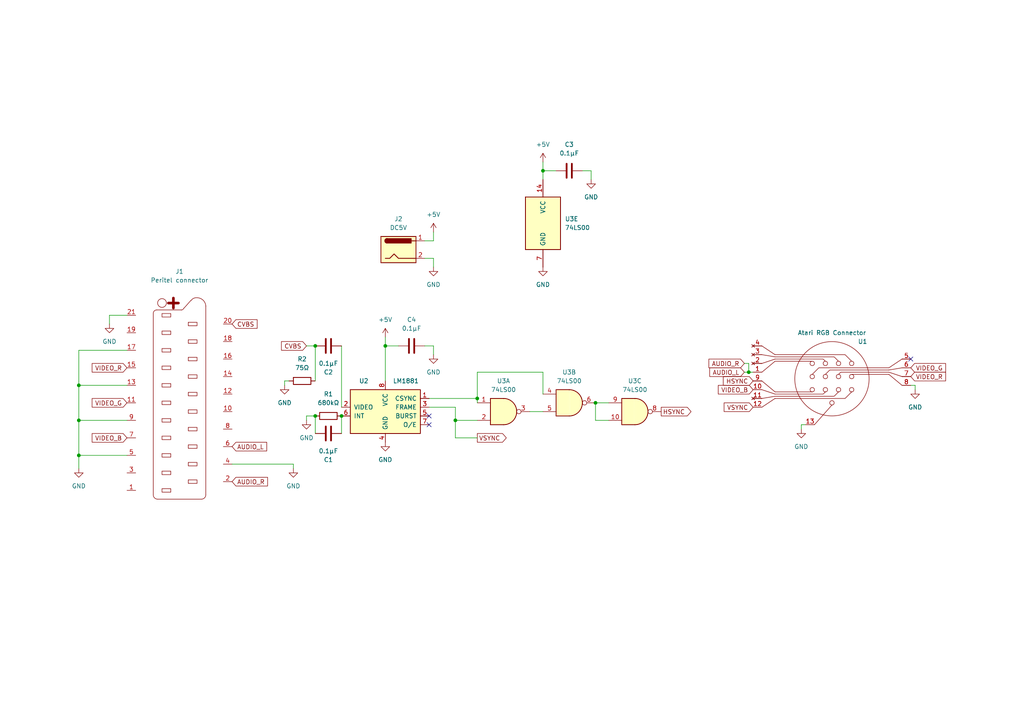
<source format=kicad_sch>
(kicad_sch (version 20230121) (generator eeschema)
  (paper "A4")
  (lib_symbols
    (symbol "74xx:74LS00" (pin_names (offset 1.016))
      (property "Reference" "U" (at 0 1.27 0))
      (property "Value" "74LS00" (at 0 -1.27 0))
      (symbol "74LS00_1_1"
        (arc (start 0 -3.81) (mid 3.7934 0) (end 0 3.81) (stroke (width 0.254)) (fill (type background)))
        (polyline (pts (xy 0 3.81) (xy -3.81 3.81) (xy -3.81 -3.81) (xy 0 -3.81)) (stroke (width 0.254)) (fill (type background)))
        (pin input line (at -7.62 2.54 0) (length 3.81) (name "~") (number "1"))
        (pin input line (at -7.62 -2.54 0) (length 3.81) (name "~") (number "2"))
        (pin output inverted (at 7.62 0 180) (length 3.81) (name "~") (number "3"))
      )
      (symbol "74LS00_1_2"
        (arc (start -3.81 -3.81) (mid -2.589 0) (end -3.81 3.81) (stroke (width 0.254)))
        (arc (start -0.6096 -3.81) (mid 2.1842 -2.5851) (end 3.81 0) (stroke (width 0.254)) (fill (type background)))
        (polyline (pts (xy -3.81 -3.81) (xy -0.635 -3.81)) (stroke (width 0.254)) (fill (type background)))
        (polyline (pts (xy -3.81 3.81) (xy -0.635 3.81)) (stroke (width 0.254)) (fill (type background)))
        (polyline (pts (xy -0.635 3.81) (xy -3.81 3.81) (xy -3.81 3.81) (xy -3.556 3.4036) (xy -3.0226 2.2606) (xy -2.6924 1.0414) (xy -2.6162 -0.254) (xy -2.7686 -1.4986) (xy -3.175 -2.7178) (xy -3.81 -3.81) (xy -3.81 -3.81) (xy -0.635 -3.81)) (stroke (width -25.4)) (fill (type background)))
        (arc (start 3.81 0) (mid 2.1915 2.5936) (end -0.6096 3.81) (stroke (width 0.254)) (fill (type background)))
        (pin input inverted (at -7.62 2.54 0) (length 4.318) (name "~") (number "1"))
        (pin input inverted (at -7.62 -2.54 0) (length 4.318) (name "~") (number "2"))
        (pin output line (at 7.62 0 180) (length 3.81) (name "~") (number "3"))
      )
      (symbol "74LS00_2_1"
        (arc (start 0 -3.81) (mid 3.7934 0) (end 0 3.81) (stroke (width 0.254)) (fill (type background)))
        (polyline (pts (xy 0 3.81) (xy -3.81 3.81) (xy -3.81 -3.81) (xy 0 -3.81)) (stroke (width 0.254)) (fill (type background)))
        (pin input line (at -7.62 2.54 0) (length 3.81) (name "~") (number "4"))
        (pin input line (at -7.62 -2.54 0) (length 3.81) (name "~") (number "5"))
        (pin output inverted (at 7.62 0 180) (length 3.81) (name "~") (number "6"))
      )
      (symbol "74LS00_2_2"
        (arc (start -3.81 -3.81) (mid -2.589 0) (end -3.81 3.81) (stroke (width 0.254)))
        (arc (start -0.6096 -3.81) (mid 2.1842 -2.5851) (end 3.81 0) (stroke (width 0.254)) (fill (type background)))
        (polyline (pts (xy -3.81 -3.81) (xy -0.635 -3.81)) (stroke (width 0.254)) (fill (type background)))
        (polyline (pts (xy -3.81 3.81) (xy -0.635 3.81)) (stroke (width 0.254)) (fill (type background)))
        (polyline (pts (xy -0.635 3.81) (xy -3.81 3.81) (xy -3.81 3.81) (xy -3.556 3.4036) (xy -3.0226 2.2606) (xy -2.6924 1.0414) (xy -2.6162 -0.254) (xy -2.7686 -1.4986) (xy -3.175 -2.7178) (xy -3.81 -3.81) (xy -3.81 -3.81) (xy -0.635 -3.81)) (stroke (width -25.4)) (fill (type background)))
        (arc (start 3.81 0) (mid 2.1915 2.5936) (end -0.6096 3.81) (stroke (width 0.254)) (fill (type background)))
        (pin input inverted (at -7.62 2.54 0) (length 4.318) (name "~") (number "4"))
        (pin input inverted (at -7.62 -2.54 0) (length 4.318) (name "~") (number "5"))
        (pin output line (at 7.62 0 180) (length 3.81) (name "~") (number "6"))
      )
      (symbol "74LS00_3_1"
        (arc (start 0 -3.81) (mid 3.7934 0) (end 0 3.81) (stroke (width 0.254)) (fill (type background)))
        (polyline (pts (xy 0 3.81) (xy -3.81 3.81) (xy -3.81 -3.81) (xy 0 -3.81)) (stroke (width 0.254)) (fill (type background)))
        (pin input line (at -7.62 -2.54 0) (length 3.81) (name "~") (number "10"))
        (pin output inverted (at 7.62 0 180) (length 3.81) (name "~") (number "8"))
        (pin input line (at -7.62 2.54 0) (length 3.81) (name "~") (number "9"))
      )
      (symbol "74LS00_3_2"
        (arc (start -3.81 -3.81) (mid -2.589 0) (end -3.81 3.81) (stroke (width 0.254)))
        (arc (start -0.6096 -3.81) (mid 2.1842 -2.5851) (end 3.81 0) (stroke (width 0.254)) (fill (type background)))
        (polyline (pts (xy -3.81 -3.81) (xy -0.635 -3.81)) (stroke (width 0.254)) (fill (type background)))
        (polyline (pts (xy -3.81 3.81) (xy -0.635 3.81)) (stroke (width 0.254)) (fill (type background)))
        (polyline (pts (xy -0.635 3.81) (xy -3.81 3.81) (xy -3.81 3.81) (xy -3.556 3.4036) (xy -3.0226 2.2606) (xy -2.6924 1.0414) (xy -2.6162 -0.254) (xy -2.7686 -1.4986) (xy -3.175 -2.7178) (xy -3.81 -3.81) (xy -3.81 -3.81) (xy -0.635 -3.81)) (stroke (width -25.4)) (fill (type background)))
        (arc (start 3.81 0) (mid 2.1915 2.5936) (end -0.6096 3.81) (stroke (width 0.254)) (fill (type background)))
        (pin input inverted (at -7.62 -2.54 0) (length 4.318) (name "~") (number "10"))
        (pin output line (at 7.62 0 180) (length 3.81) (name "~") (number "8"))
        (pin input inverted (at -7.62 2.54 0) (length 4.318) (name "~") (number "9"))
      )
      (symbol "74LS00_4_1"
        (arc (start 0 -3.81) (mid 3.7934 0) (end 0 3.81) (stroke (width 0.254)) (fill (type background)))
        (polyline (pts (xy 0 3.81) (xy -3.81 3.81) (xy -3.81 -3.81) (xy 0 -3.81)) (stroke (width 0.254)) (fill (type background)))
        (pin output inverted (at 7.62 0 180) (length 3.81) (name "~") (number "11"))
        (pin input line (at -7.62 2.54 0) (length 3.81) (name "~") (number "12"))
        (pin input line (at -7.62 -2.54 0) (length 3.81) (name "~") (number "13"))
      )
      (symbol "74LS00_4_2"
        (arc (start -3.81 -3.81) (mid -2.589 0) (end -3.81 3.81) (stroke (width 0.254)))
        (arc (start -0.6096 -3.81) (mid 2.1842 -2.5851) (end 3.81 0) (stroke (width 0.254)) (fill (type background)))
        (polyline (pts (xy -3.81 -3.81) (xy -0.635 -3.81)) (stroke (width 0.254)) (fill (type background)))
        (polyline (pts (xy -3.81 3.81) (xy -0.635 3.81)) (stroke (width 0.254)) (fill (type background)))
        (polyline (pts (xy -0.635 3.81) (xy -3.81 3.81) (xy -3.81 3.81) (xy -3.556 3.4036) (xy -3.0226 2.2606) (xy -2.6924 1.0414) (xy -2.6162 -0.254) (xy -2.7686 -1.4986) (xy -3.175 -2.7178) (xy -3.81 -3.81) (xy -3.81 -3.81) (xy -0.635 -3.81)) (stroke (width -25.4)) (fill (type background)))
        (arc (start 3.81 0) (mid 2.1915 2.5936) (end -0.6096 3.81) (stroke (width 0.254)) (fill (type background)))
        (pin output line (at 7.62 0 180) (length 3.81) (name "~") (number "11"))
        (pin input inverted (at -7.62 2.54 0) (length 4.318) (name "~") (number "12"))
        (pin input inverted (at -7.62 -2.54 0) (length 4.318) (name "~") (number "13"))
      )
      (symbol "74LS00_5_0"
        (pin power_in line (at 0 12.7 270) (length 5.08) (name "VCC") (number "14"))
        (pin power_in line (at 0 -12.7 90) (length 5.08) (name "GND") (number "7"))
      )
      (symbol "74LS00_5_1"
        (rectangle (start -5.08 7.62) (end 5.08 -7.62) (stroke (width 0.254)) (fill (type background)))
      )
    )
    (symbol "Connector:Barrel_Jack" (pin_names (offset 1.016))
      (property "Reference" "J" (at 0 5.334 0))
      (property "Value" "Barrel_Jack" (at 0 -5.08 0))
      (symbol "Barrel_Jack_0_1"
        (rectangle (start -5.08 3.81) (end 5.08 -3.81) (stroke (width 0.254)) (fill (type background)))
        (arc (start -3.302 3.175) (mid -3.9343 2.54) (end -3.302 1.905) (stroke (width 0.254)))
        (arc (start -3.302 3.175) (mid -3.9343 2.54) (end -3.302 1.905) (stroke (width 0.254)) (fill (type outline)))
        (polyline (pts (xy 5.08 2.54) (xy 3.81 2.54)) (stroke (width 0.254)))
        (polyline (pts (xy -3.81 -2.54) (xy -2.54 -2.54) (xy -1.27 -1.27) (xy 0 -2.54) (xy 2.54 -2.54) (xy 5.08 -2.54)) (stroke (width 0.254)))
        (rectangle (start 3.683 3.175) (end -3.302 1.905) (stroke (width 0.254)) (fill (type outline)))
      )
      (symbol "Barrel_Jack_1_1"
        (pin passive line (at 7.62 2.54 180) (length 2.54) (name "~") (number "1"))
        (pin passive line (at 7.62 -2.54 180) (length 2.54) (name "~") (number "2"))
      )
    )
    (symbol "Connector:SCART-F" (pin_names (offset 0.762) hide)
      (property "Reference" "J" (at 0 31.75 0))
      (property "Value" "SCART-F" (at 1.016 -29.21 0))
      (symbol "SCART-F_0_1"
        (arc (start -7.62 -26.67) (mid -7.248 -27.568) (end -6.35 -27.94))
        (arc (start -6.604 26.9494) (mid -7.3224 26.6518) (end -7.62 25.9334))
        (rectangle (start -5.08 -24.892) (end -2.54 -25.908))
        (rectangle (start -5.08 -19.812) (end -2.54 -20.828))
        (rectangle (start -5.08 -14.732) (end -2.54 -15.748))
        (rectangle (start -5.08 -9.652) (end -2.54 -10.668))
        (rectangle (start -5.08 -4.572) (end -2.54 -5.588))
        (rectangle (start -5.08 0.508) (end -2.54 -0.508))
        (rectangle (start -5.08 5.588) (end -2.54 4.572))
        (rectangle (start -5.08 10.668) (end -2.54 9.652))
        (rectangle (start -5.08 15.748) (end -2.54 14.732))
        (rectangle (start -5.08 20.828) (end -2.54 19.812))
        (rectangle (start -5.08 25.908) (end -2.54 24.892))
        (circle (center -5.08 28.956) (radius 1.27))
        (polyline (pts (xy -7.62 22.86) (xy -7.62 -26.67)))
        (polyline (pts (xy -7.62 22.86) (xy -7.62 24.13)))
        (polyline (pts (xy -7.62 24.6634) (xy -7.62 24.13)))
        (polyline (pts (xy -7.62 24.6634) (xy -7.62 25.9334)))
        (polyline (pts (xy -6.604 26.9494) (xy 0.508 26.9494)))
        (polyline (pts (xy -6.35 -27.94) (xy 6.35 -27.94)))
        (polyline (pts (xy 3.302 29.718) (xy 1.27 27.432)))
        (polyline (pts (xy 4.826 30.48) (xy 5.08 30.48)))
        (polyline (pts (xy 7.62 -26.67) (xy 7.62 28.2194)))
        (arc (start 0.508 26.924) (mid 0.9569 27.0702) (end 1.2192 27.4574))
        (rectangle (start 2.54 -22.352) (end 5.08 -23.368))
        (rectangle (start 2.54 -17.272) (end 5.08 -18.288))
        (rectangle (start 2.54 -12.192) (end 5.08 -13.208))
        (rectangle (start 2.54 -7.112) (end 5.08 -8.128))
        (rectangle (start 2.54 -2.032) (end 5.08 -3.048))
        (rectangle (start 2.54 3.048) (end 5.08 2.032))
        (rectangle (start 2.54 8.128) (end 5.08 7.112))
        (rectangle (start 2.54 13.208) (end 5.08 12.192))
        (rectangle (start 2.54 18.288) (end 5.08 17.272))
        (rectangle (start 2.54 23.368) (end 5.08 22.352))
        (arc (start 4.826 30.48) (mid 3.999 30.2726) (end 3.3782 29.6926))
        (arc (start 6.35 -27.94) (mid 7.248 -27.568) (end 7.62 -26.67))
        (arc (start 7.62 27.94) (mid 6.8761 29.7361) (end 5.08 30.48))
        (text "+" (at -1.778 29.21 0) (effects (font (size 3.81 3.81) bold)))
      )
      (symbol "SCART-F_1_1"
        (pin passive line (at -15.24 -25.4 0) (length 2.54) (name "P1") (number "1"))
        (pin passive line (at 15.24 -2.54 180) (length 2.54) (name "P10") (number "10"))
        (pin passive line (at -15.24 0 0) (length 2.54) (name "P11") (number "11"))
        (pin passive line (at 15.24 2.54 180) (length 2.54) (name "P12") (number "12"))
        (pin passive line (at -15.24 5.08 0) (length 2.54) (name "P13") (number "13"))
        (pin passive line (at 15.24 7.62 180) (length 2.54) (name "P14") (number "14"))
        (pin passive line (at -15.24 10.16 0) (length 2.54) (name "P15") (number "15"))
        (pin passive line (at 15.24 12.7 180) (length 2.54) (name "P16") (number "16"))
        (pin passive line (at -15.24 15.24 0) (length 2.54) (name "P17") (number "17"))
        (pin passive line (at 15.24 17.78 180) (length 2.54) (name "P18") (number "18"))
        (pin passive line (at -15.24 20.32 0) (length 2.54) (name "P19") (number "19"))
        (pin passive line (at 15.24 -22.86 180) (length 2.54) (name "P2") (number "2"))
        (pin passive line (at 15.24 22.86 180) (length 2.54) (name "P20") (number "20"))
        (pin passive line (at -15.24 25.4 0) (length 2.54) (name "P21") (number "21"))
        (pin passive line (at -15.24 -20.32 0) (length 2.54) (name "P3") (number "3"))
        (pin passive line (at 15.24 -17.78 180) (length 2.54) (name "P4") (number "4"))
        (pin passive line (at -15.24 -15.24 0) (length 2.54) (name "P5") (number "5"))
        (pin passive line (at 15.24 -12.7 180) (length 2.54) (name "P6") (number "6"))
        (pin passive line (at -15.24 -10.16 0) (length 2.54) (name "P7") (number "7"))
        (pin passive line (at 15.24 -7.62 180) (length 2.54) (name "P8") (number "8"))
        (pin passive line (at -15.24 -5.08 0) (length 2.54) (name "P9") (number "9"))
      )
    )
    (symbol "Device:C" (pin_numbers hide) (pin_names (offset 0.254))
      (property "Reference" "C" (at 0.635 2.54 0))
      (property "Value" "C" (at 0.635 -2.54 0))
      (symbol "C_0_1"
        (polyline (pts (xy -2.032 -0.762) (xy 2.032 -0.762)) (stroke (width 0.508)))
        (polyline (pts (xy -2.032 0.762) (xy 2.032 0.762)) (stroke (width 0.508)))
      )
      (symbol "C_1_1"
        (pin passive line (at 0 3.81 270) (length 2.794) (name "~") (number "1"))
        (pin passive line (at 0 -3.81 90) (length 2.794) (name "~") (number "2"))
      )
    )
    (symbol "Device:R" (pin_numbers hide) (pin_names (offset 0))
      (property "Reference" "R" (at 2.032 0 90))
      (property "Value" "R" (at 0 0 90))
      (symbol "R_0_1"
        (rectangle (start -1.016 -2.54) (end 1.016 2.54) (stroke (width 0.254)))
      )
      (symbol "R_1_1"
        (pin passive line (at 0 3.81 270) (length 1.27) (name "~") (number "1"))
        (pin passive line (at 0 -3.81 90) (length 1.27) (name "~") (number "2"))
      )
    )
    (symbol "Video:LM1881" (pin_names (offset 1.016))
      (property "Reference" "U" (at -8.89 8.89 0))
      (property "Value" "LM1881" (at 6.35 8.89 0))
      (symbol "LM1881_0_1"
        (rectangle (start -10.16 7.62) (end 10.16 -5.08) (stroke (width 0.254)) (fill (type background)))
      )
      (symbol "LM1881_1_1"
        (pin output line (at 12.7 5.08 180) (length 2.54) (name "CSYNC") (number "1"))
        (pin input line (at -12.7 2.54 0) (length 2.54) (name "VIDEO") (number "2"))
        (pin output line (at 12.7 2.54 180) (length 2.54) (name "FRAME") (number "3"))
        (pin power_in line (at 0 -7.62 90) (length 2.54) (name "GND") (number "4"))
        (pin output line (at 12.7 0 180) (length 2.54) (name "BURST") (number "5"))
        (pin input line (at -12.7 0 0) (length 2.54) (name "INT") (number "6"))
        (pin output line (at 12.7 -2.54 180) (length 2.54) (name "O/E") (number "7"))
        (pin power_in line (at 0 10.16 270) (length 2.54) (name "VCC") (number "8"))
      )
    )
    (symbol "power:+5V" (power) (pin_names (offset 0))
      (property "Value" "+5V" (at 0 3.556 0))
      (symbol "+5V_0_1"
        (polyline (pts (xy -0.762 1.27) (xy 0 2.54)))
        (polyline (pts (xy 0 0) (xy 0 2.54)))
        (polyline (pts (xy 0 2.54) (xy 0.762 1.27)))
      )
      (symbol "+5V_1_1"
        (pin power_in line (at 0 0 90) (length 0) hide (name "+5V") (number "1"))
      )
    )
    (symbol "power:GND" (power) (pin_names (offset 0))
      (property "Value" "GND" (at 0 -3.81 0))
      (symbol "GND_0_1"
        (polyline (pts (xy 0 0) (xy 0 -1.27) (xy 1.27 -1.27) (xy 0 -2.54) (xy -1.27 -1.27) (xy 0 -1.27)))
      )
      (symbol "GND_1_1"
        (pin power_in line (at 0 0 270) (length 0) hide (name "GND") (number "1"))
      )
    )
    (symbol "sc1224-scart:DIN-13"
      (property "Reference" "U" (at 0 -14.605 0))
      (property "Value" "DIN-13" (at 0 -12.7 0))
      (symbol "DIN-13_0_1"
        (circle (center -5.715 -5.08) (radius 0.635))
        (circle (center -5.715 -1.27) (radius 0.635))
        (circle (center -5.715 2.54) (radius 0.635))
        (circle (center -1.905 -5.08) (radius 0.635))
        (circle (center -1.905 -1.27) (radius 0.635))
        (circle (center -1.905 2.54) (radius 0.635))
        (circle (center 0 -0.635) (radius 10.7763))
        (polyline (pts (xy -20.32 -3.81) (xy -16.51 -3.175)))
        (polyline (pts (xy -20.32 -1.27) (xy -16.51 -2.54)))
        (polyline (pts (xy -20.32 1.27) (xy -16.51 -1.905)))
        (polyline (pts (xy -16.51 -3.81) (xy -20.32 -6.35)))
        (polyline (pts (xy -5.715 -1.905) (xy -16.51 -1.905)))
        (polyline (pts (xy 5.08 12.7) (xy 0 6.985)))
        (polyline (pts (xy 5.715 -5.715) (xy 16.51 -5.715)))
        (polyline (pts (xy 5.715 3.175) (xy 16.51 3.175)))
        (polyline (pts (xy 16.51 -7.62) (xy 20.32 -10.16)))
        (polyline (pts (xy 16.51 5.08) (xy 20.32 7.62)))
        (polyline (pts (xy 20.32 -7.62) (xy 16.51 -6.985)))
        (polyline (pts (xy 20.32 -5.08) (xy 16.51 -6.35)))
        (polyline (pts (xy 20.32 -2.54) (xy 16.51 -5.715)))
        (polyline (pts (xy 20.32 0) (xy 16.51 3.175)))
        (polyline (pts (xy 20.32 2.54) (xy 16.51 3.81)))
        (polyline (pts (xy 20.32 5.08) (xy 16.51 4.445)))
        (polyline (pts (xy -5.715 -5.715) (xy -3.81 -7.62) (xy 16.51 -7.62)))
        (polyline (pts (xy -5.715 3.175) (xy -3.81 5.08) (xy 16.51 5.08)))
        (polyline (pts (xy -1.905 -5.715) (xy -0.635 -6.985) (xy 16.51 -6.985)))
        (polyline (pts (xy -1.905 -1.905) (xy -2.54 -2.54) (xy -16.51 -2.54)))
        (polyline (pts (xy -1.905 3.175) (xy -0.635 4.445) (xy 16.51 4.445)))
        (polyline (pts (xy 1.905 -5.715) (xy 2.54 -6.35) (xy 16.51 -6.35)))
        (polyline (pts (xy 1.905 -1.905) (xy 0.635 -3.175) (xy -16.51 -3.175)))
        (polyline (pts (xy 1.905 3.175) (xy 2.54 3.81) (xy 16.51 3.81)))
        (polyline (pts (xy 5.715 -1.905) (xy 3.81 -3.81) (xy -16.51 -3.81)))
        (circle (center 0 6.35) (radius 0.635))
        (circle (center 1.905 -5.08) (radius 0.635))
        (circle (center 1.905 -1.27) (radius 0.635))
        (circle (center 1.905 2.54) (radius 0.635))
        (circle (center 5.715 -5.08) (radius 0.635))
        (circle (center 5.715 -1.27) (radius 0.635))
        (circle (center 5.715 2.54) (radius 0.635))
      )
      (symbol "DIN-13_1_1"
        (pin input line (at 22.86 -2.54 180) (length 2.54) (name "") (number "1"))
        (pin input line (at 22.86 2.54 180) (length 2.54) (name "") (number "10"))
        (pin no_connect line (at 22.86 5.08 180) (length 2.54) (name "") (number "11"))
        (pin input line (at 22.86 7.62 180) (length 2.54) (name "") (number "12"))
        (pin power_in line (at 7.62 12.7 180) (length 2.54) (name "") (number "13"))
        (pin no_connect line (at 22.86 -5.08 180) (length 2.54) (name "") (number "2"))
        (pin no_connect line (at 22.86 -7.62 180) (length 2.54) (name "") (number "3"))
        (pin no_connect line (at 22.86 -10.16 180) (length 2.54) (name "") (number "4"))
        (pin power_in line (at -22.86 -6.35 0) (length 2.54) (name "") (number "5"))
        (pin input line (at -22.86 -3.81 0) (length 2.54) (name "") (number "6"))
        (pin input line (at -22.86 -1.27 0) (length 2.54) (name "") (number "7"))
        (pin power_in line (at -22.86 1.27 0) (length 2.54) (name "") (number "8"))
        (pin input line (at 22.86 0 180) (length 2.54) (name "") (number "9"))
      )
    )
  )
  (junction (at 99.06 120.65))
  (junction (at 91.44 100.33))
  (junction (at 22.86 121.92))
  (junction (at 22.86 111.76))
  (junction (at 22.86 132.08))
  (junction (at 217.17 107.95))
  (junction (at 138.43 115.57))
  (junction (at 111.76 100.33))
  (junction (at 91.44 120.65))
  (junction (at 132.08 121.92))
  (junction (at 172.72 116.84))
  (junction (at 157.48 49.53))
  (no_connect (at 124.46 123.19))
  (no_connect (at 264.16 104.14))
  (no_connect (at 124.46 120.65))
  (wire (pts (xy 31.75 93.98) (xy 31.75 91.44)))
  (wire (pts (xy 123.19 74.93) (xy 125.73 74.93)))
  (wire (pts (xy 215.9 107.95) (xy 217.17 107.95)))
  (wire (pts (xy 22.86 111.76) (xy 22.86 121.92)))
  (wire (pts (xy 138.43 107.95) (xy 157.48 107.95)))
  (wire (pts (xy 22.86 121.92) (xy 36.83 121.92)))
  (wire (pts (xy 153.67 119.38) (xy 157.48 119.38)))
  (wire (pts (xy 88.9 120.65) (xy 91.44 120.65)))
  (wire (pts (xy 111.76 100.33) (xy 111.76 110.49)))
  (wire (pts (xy 232.41 124.46) (xy 232.41 123.19)))
  (wire (pts (xy 85.09 134.62) (xy 67.31 134.62)))
  (wire (pts (xy 125.73 100.33) (xy 125.73 102.87)))
  (wire (pts (xy 172.72 121.92) (xy 176.53 121.92)))
  (wire (pts (xy 115.57 100.33) (xy 111.76 100.33)))
  (wire (pts (xy 22.86 132.08) (xy 22.86 135.89)))
  (wire (pts (xy 132.08 121.92) (xy 138.43 121.92)))
  (wire (pts (xy 138.43 115.57) (xy 138.43 116.84)))
  (wire (pts (xy 217.17 107.95) (xy 217.17 105.41)))
  (wire (pts (xy 111.76 97.79) (xy 111.76 100.33)))
  (wire (pts (xy 132.08 118.11) (xy 132.08 121.92)))
  (wire (pts (xy 31.75 91.44) (xy 36.83 91.44)))
  (wire (pts (xy 124.46 115.57) (xy 138.43 115.57)))
  (wire (pts (xy 172.72 116.84) (xy 172.72 121.92)))
  (wire (pts (xy 265.43 111.76) (xy 264.16 111.76)))
  (wire (pts (xy 124.46 118.11) (xy 132.08 118.11)))
  (wire (pts (xy 99.06 100.33) (xy 99.06 118.11)))
  (wire (pts (xy 22.86 121.92) (xy 22.86 132.08)))
  (wire (pts (xy 132.08 121.92) (xy 132.08 127)))
  (wire (pts (xy 99.06 120.65) (xy 99.06 125.73)))
  (wire (pts (xy 88.9 100.33) (xy 91.44 100.33)))
  (wire (pts (xy 91.44 120.65) (xy 91.44 125.73)))
  (wire (pts (xy 265.43 111.76) (xy 265.43 113.03)))
  (wire (pts (xy 125.73 69.85) (xy 125.73 67.31)))
  (wire (pts (xy 82.55 111.76) (xy 82.55 110.49)))
  (wire (pts (xy 172.72 116.84) (xy 176.53 116.84)))
  (wire (pts (xy 22.86 132.08) (xy 36.83 132.08)))
  (wire (pts (xy 157.48 107.95) (xy 157.48 114.3)))
  (wire (pts (xy 171.45 49.53) (xy 168.91 49.53)))
  (wire (pts (xy 161.29 49.53) (xy 157.48 49.53)))
  (wire (pts (xy 217.17 105.41) (xy 215.9 105.41)))
  (wire (pts (xy 132.08 127) (xy 138.43 127)))
  (wire (pts (xy 22.86 111.76) (xy 36.83 111.76)))
  (wire (pts (xy 22.86 101.6) (xy 36.83 101.6)))
  (wire (pts (xy 232.41 123.19) (xy 233.68 123.19)))
  (wire (pts (xy 218.44 107.95) (xy 217.17 107.95)))
  (wire (pts (xy 88.9 121.92) (xy 88.9 120.65)))
  (wire (pts (xy 138.43 115.57) (xy 138.43 107.95)))
  (wire (pts (xy 85.09 135.89) (xy 85.09 134.62)))
  (wire (pts (xy 125.73 74.93) (xy 125.73 77.47)))
  (wire (pts (xy 171.45 49.53) (xy 171.45 52.07)))
  (wire (pts (xy 91.44 100.33) (xy 91.44 110.49)))
  (wire (pts (xy 157.48 46.99) (xy 157.48 49.53)))
  (wire (pts (xy 157.48 49.53) (xy 157.48 52.07)))
  (wire (pts (xy 82.55 110.49) (xy 83.82 110.49)))
  (wire (pts (xy 125.73 100.33) (xy 123.19 100.33)))
  (wire (pts (xy 22.86 101.6) (xy 22.86 111.76)))
  (wire (pts (xy 123.19 69.85) (xy 125.73 69.85)))
  (global_label "AUDIO_R" (shape input) (at 215.9 105.41 180) (property "Intersheetrefs" "${INTERSHEET_REFS}" (effects hide)))
  (global_label "VIDEO_R" (shape input) (at 36.83 106.68 180) (property "Intersheetrefs" "${INTERSHEET_REFS}" (effects hide)))
  (global_label "CVBS" (shape input) (at 88.9 100.33 180) (property "Intersheetrefs" "${INTERSHEET_REFS}" (effects hide)))
  (global_label "CVBS" (shape input) (at 67.31 93.98 0) (property "Intersheetrefs" "${INTERSHEET_REFS}" (effects hide)))
  (global_label "VIDEO_G" (shape input) (at 36.83 116.84 180) (property "Intersheetrefs" "${INTERSHEET_REFS}" (effects hide)))
  (global_label "VIDEO_G" (shape input) (at 264.16 106.68 0) (property "Intersheetrefs" "${INTERSHEET_REFS}" (effects hide)))
  (global_label "HSYNC" (shape output) (at 191.77 119.38 0) (property "Intersheetrefs" "${INTERSHEET_REFS}" (effects hide)))
  (global_label "VSYNC" (shape input) (at 218.44 118.11 180) (property "Intersheetrefs" "${INTERSHEET_REFS}" (effects hide)))
  (global_label "AUDIO_R" (shape input) (at 67.31 139.7 0) (property "Intersheetrefs" "${INTERSHEET_REFS}" (effects hide)))
  (global_label "VIDEO_B" (shape input) (at 218.44 113.03 180) (property "Intersheetrefs" "${INTERSHEET_REFS}" (effects hide)))
  (global_label "VIDEO_R" (shape input) (at 264.16 109.22 0) (property "Intersheetrefs" "${INTERSHEET_REFS}" (effects hide)))
  (global_label "VSYNC" (shape output) (at 138.43 127 0) (property "Intersheetrefs" "${INTERSHEET_REFS}" (effects hide)))
  (global_label "VIDEO_B" (shape input) (at 36.83 127 180) (property "Intersheetrefs" "${INTERSHEET_REFS}" (effects hide)))
  (global_label "AUDIO_L" (shape input) (at 215.9 107.95 180) (property "Intersheetrefs" "${INTERSHEET_REFS}" (effects hide)))
  (global_label "AUDIO_L" (shape input) (at 67.31 129.54 0) (property "Intersheetrefs" "${INTERSHEET_REFS}" (effects hide)))
  (global_label "HSYNC" (shape input) (at 218.44 110.49 180) (property "Intersheetrefs" "${INTERSHEET_REFS}" (effects hide)))
  (symbol (lib_id "Device:C") (at 95.25 100.33 90) (unit 1)
    (property "Reference" "C2" (at 95.25 107.95 90))
    (property "Value" "0.1µF" (at 95.25 105.41 90))
    (property "Footprint" "Capacitor_THT:C_Disc_D3.0mm_W1.6mm_P2.50mm" (effects hide))
  )
  (symbol (lib_id "Device:C") (at 95.25 125.73 90) (unit 1)
    (property "Reference" "C1" (at 95.25 133.35 90))
    (property "Value" "0.1µF" (at 95.25 130.81 90))
    (property "Footprint" "Capacitor_THT:C_Disc_D3.0mm_W1.6mm_P2.50mm" (effects hide))
  )
  (symbol (lib_id "power:GND") (at 85.09 135.89 0) (unit 1)
    (property "Reference" "#PWR013" (effects hide))
    (property "Value" "GND" (at 85.09 140.97 0))
  )
  (symbol (lib_id "Device:R") (at 95.25 120.65 90) (unit 1)
    (property "Reference" "R1" (at 95.25 114.3 90))
    (property "Value" "680kΩ" (at 95.25 116.84 90))
    (property "Footprint" "Resistor_THT:R_Axial_DIN0204_L3.6mm_D1.6mm_P5.08mm_Horizontal" (effects hide))
  )
  (symbol (lib_id "74xx:74LS00") (at 184.15 119.38 0) (unit 3)
    (property "Reference" "U3" (at 184.1417 110.49 0))
    (property "Value" "74LS00" (at 184.1417 113.03 0))
    (property "Footprint" "Package_DIP:DIP-14_W7.62mm" (effects hide))
    (property "Datasheet" "http://www.ti.com/lit/gpn/sn74ls00" (effects hide))
  )
  (symbol (lib_id "power:GND") (at 31.75 93.98 0) (unit 1)
    (property "Reference" "#PWR014" (effects hide))
    (property "Value" "GND" (at 31.75 99.06 0))
  )
  (symbol (lib_id "power:GND") (at 157.48 77.47 0) (unit 1)
    (property "Reference" "#PWR05" (effects hide))
    (property "Value" "GND" (at 157.48 82.55 0))
  )
  (symbol (lib_id "power:GND") (at 125.73 77.47 0) (unit 1)
    (property "Reference" "#PWR015" (effects hide))
    (property "Value" "GND" (at 125.73 82.55 0))
  )
  (symbol (lib_id "Device:R") (at 87.63 110.49 90) (unit 1)
    (property "Reference" "R2" (at 87.63 104.14 90))
    (property "Value" "75Ω" (at 87.63 106.68 90))
    (property "Footprint" "Resistor_THT:R_Axial_DIN0204_L3.6mm_D1.6mm_P5.08mm_Horizontal" (effects hide))
  )
  (symbol (lib_id "Device:C") (at 119.38 100.33 90) (unit 1)
    (property "Reference" "C4" (at 119.38 92.71 90))
    (property "Value" "0.1µF" (at 119.38 95.25 90))
    (property "Footprint" "Capacitor_THT:C_Disc_D3.0mm_W1.6mm_P2.50mm" (effects hide))
  )
  (symbol (lib_id "74xx:74LS00") (at 157.48 64.77 0) (unit 5)
    (property "Reference" "U3" (at 163.83 63.5 0) (effects (justify left)))
    (property "Value" "74LS00" (at 163.83 66.04 0) (effects (justify left)))
    (property "Footprint" "Package_DIP:DIP-14_W7.62mm" (effects hide))
    (property "Datasheet" "http://www.ti.com/lit/gpn/sn74ls00" (effects hide))
  )
  (symbol (lib_id "Connector:Barrel_Jack") (at 115.57 72.39 0) (unit 1)
    (property "Reference" "J2" (at 115.57 63.5 0))
    (property "Value" "DC5V" (at 115.57 66.04 0))
    (property "Footprint" "Connector_BarrelJack:BarrelJack_Wuerth_6941xx301002" (effects hide))
  )
  (symbol (lib_id "power:GND") (at 111.76 128.27 0) (unit 1)
    (property "Reference" "#PWR09" (effects hide))
    (property "Value" "GND" (at 111.76 133.35 0))
  )
  (symbol (lib_id "power:+5V") (at 157.48 46.99 0) (unit 1)
    (property "Reference" "#PWR07" (effects hide))
    (property "Value" "+5V" (at 157.48 41.91 0))
  )
  (symbol (lib_id "power:+5V") (at 111.76 97.79 0) (unit 1)
    (property "Reference" "#PWR06" (effects hide))
    (property "Value" "+5V" (at 111.76 92.71 0))
  )
  (symbol (lib_id "power:GND") (at 125.73 102.87 0) (unit 1)
    (property "Reference" "#PWR08" (effects hide))
    (property "Value" "GND" (at 125.73 107.95 0))
  )
  (symbol (lib_id "74xx:74LS00") (at 165.1 116.84 0) (unit 2)
    (property "Reference" "U3" (at 165.0917 107.95 0))
    (property "Value" "74LS00" (at 165.0917 110.49 0))
    (property "Footprint" "Package_DIP:DIP-14_W7.62mm" (effects hide))
    (property "Datasheet" "http://www.ti.com/lit/gpn/sn74ls00" (effects hide))
  )
  (symbol (lib_id "power:GND") (at 265.43 113.03 0) (unit 1)
    (property "Reference" "#PWR02" (effects hide))
    (property "Value" "GND" (at 265.43 118.11 0))
  )
  (symbol (lib_id "power:GND") (at 82.55 111.76 0) (unit 1)
    (property "Reference" "#PWR011" (effects hide))
    (property "Value" "GND" (at 82.55 116.84 0))
  )
  (symbol (lib_id "Video:LM1881") (at 111.76 120.65 0) (unit 1)
    (property "Reference" "U2" (at 104.14 110.49 0) (effects (justify left)))
    (property "Value" "LM1881" (at 113.9541 110.49 0) (effects (justify left)))
    (property "Footprint" "Package_SO:SOIC-8_3.9x4.9mm_P1.27mm" (effects hide))
  )
  (symbol (lib_id "74xx:74LS00") (at 146.05 119.38 0) (unit 1)
    (property "Reference" "U3" (at 146.0417 110.49 0))
    (property "Value" "74LS00" (at 146.0417 113.03 0))
    (property "Footprint" "Package_DIP:DIP-14_W7.62mm" (effects hide))
    (property "Datasheet" "http://www.ti.com/lit/gpn/sn74ls00" (effects hide))
  )
  (symbol (lib_id "Connector:SCART-F") (at 52.07 116.84 0) (unit 1)
    (property "Reference" "J1" (at 52.07 78.74 0))
    (property "Value" "Peritel connector" (at 52.07 81.28 0))
    (property "Footprint" "sc1224-scart:SCART" (effects hide))
    (property "Datasheet" " ~" (effects hide))
  )
  (symbol (lib_id "power:GND") (at 88.9 121.92 0) (unit 1)
    (property "Reference" "#PWR010" (effects hide))
    (property "Value" "GND" (at 88.9 127 0))
  )
  (symbol (lib_id "Device:C") (at 165.1 49.53 90) (unit 1)
    (property "Reference" "C3" (at 165.1 41.91 90))
    (property "Value" "0.1µF" (at 165.1 44.45 90))
    (property "Footprint" "Capacitor_THT:C_Disc_D3.0mm_W1.6mm_P2.50mm" (effects hide))
  )
  (symbol (lib_id "sc1224-scart:DIN-13") (at 241.3 110.49 180) (unit 1)
    (property "Reference" "U1" (at 250.19 99.06 0))
    (property "Value" "Atari RGB Connector" (at 241.3 96.52 0))
    (property "Footprint" "sc1224-scart:DIN-13" (effects hide))
  )
  (symbol (lib_id "power:GND") (at 232.41 124.46 0) (unit 1)
    (property "Reference" "#PWR01" (effects hide))
    (property "Value" "GND" (at 232.41 129.54 0))
  )
  (symbol (lib_id "power:GND") (at 171.45 52.07 0) (unit 1)
    (property "Reference" "#PWR04" (effects hide))
    (property "Value" "GND" (at 171.45 57.15 0))
  )
  (symbol (lib_id "power:+5V") (at 125.73 67.31 0) (unit 1)
    (property "Reference" "#PWR03" (effects hide))
    (property "Value" "+5V" (at 125.73 62.23 0))
  )
  (symbol (lib_id "power:GND") (at 22.86 135.89 0) (unit 1)
    (property "Reference" "#PWR012" (effects hide))
    (property "Value" "GND" (at 22.86 140.97 0))
  )
)
</source>
